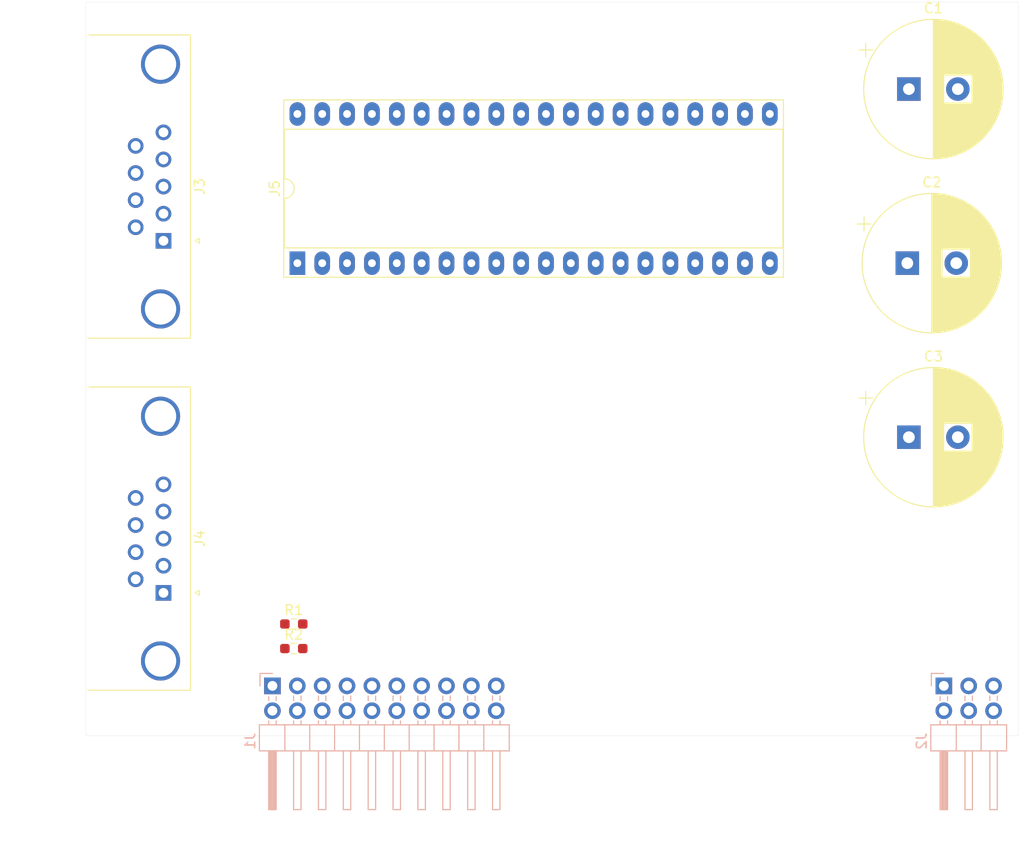
<source format=kicad_pcb>
(kicad_pcb (version 20240108) (generator "pcbnew") (generator_version "8.0")
  (layers (0 "F.Cu" signal) (31 "B.Cu" signal) (34 "B.Paste" user) (35 "F.Paste" user) (36 "B.SilkS" user "B.Silkscreen") (37 "F.SilkS" user "F.Silkscreen") (38 "B.Mask" user) (39 "F.Mask" user) (44 "Edge.Cuts" user))
  (net 0 "")
  (net 1 "/ADDR_{1}")
  (net 2 "/USB_{D+}")
  (net 3 "/I2C_{SDA}")
  (net 4 "/ADDR_{2}")
  (net 5 "+3V3")
  (net 6 "/SPI_{CS0}")
  (net 7 "/ADDR_{0}")
  (net 8 "/SPI_{SCK}")
  (net 9 "GND")
  (net 10 "/GPIO_{2}")
  (net 11 "+5V")
  (net 12 "/SPI_{MISO}")
  (net 13 "/SPI_{CS1}")
  (net 14 "/USB_{D-}")
  (net 15 "/GPIO_{0}")
  (net 16 "/I2C_{SCL}")
  (net 17 "/GPIO_{1}")
  (net 18 "/SPI_{MOSI}")
  (net 19 "/IRQ")
  (footprint "Resistor_SMD:R_0603_1608Metric_Pad0.98x0.95mm_HandSolder" (layer "F.Cu") (at 78.3825 118.11)
    (property "Reference" "R2" (at 0 -1.43 0) (layer "F.SilkS"))
    (property "Value" "10K")
    (pad "1" smd roundrect (at -0.9125 0) (size 0.975 0.95) (layers "F.Cu" "F.Paste" "F.Mask") (net 5 "+3V3"))
    (pad "2" smd roundrect (at 0.9125 0) (size 0.975 0.95) (layers "F.Cu" "F.Paste" "F.Mask") (net 16 "/I2C_{SCL}"))
  )
  (footprint "Capacitor_THT:CP_Radial_D14.0mm_P5.00mm" (layer "F.Cu") (at 141.212272 96.52)
    (property "Reference" "C3" (at 2.5 -8.25 0) (layer "F.SilkS"))
    (property "Value" "C")
    (pad "1" thru_hole rect (at 0 0) (size 2.4 2.4) (drill 1.2) (layers "*.Cu" "*.Mask"))
    (pad "2" thru_hole circle (at 5 0) (size 2.4 2.4) (drill 1.2) (layers "*.Cu" "*.Mask"))
  )
  (footprint "Package_DIP:DIP-40_W15.24mm_Socket_LongPads" (layer "F.Cu") (at 78.745 78.745 90)
    (property "Reference" "J5" (at 7.62 -2.33 -90) (layer "F.SilkS"))
    (property "Value" "Conn_02x20_Odd_Even")
    (pad "1" thru_hole rect (at 0 0 90) (size 2.4 1.6) (drill 0.8) (layers "*.Cu" "*.Mask"))
    (pad "2" thru_hole oval (at 0 2.54 90) (size 2.4 1.6) (drill 0.8) (layers "*.Cu" "*.Mask"))
    (pad "3" thru_hole oval (at 0 5.08 90) (size 2.4 1.6) (drill 0.8) (layers "*.Cu" "*.Mask"))
    (pad "4" thru_hole oval (at 0 7.62 90) (size 2.4 1.6) (drill 0.8) (layers "*.Cu" "*.Mask"))
    (pad "5" thru_hole oval (at 0 10.16 90) (size 2.4 1.6) (drill 0.8) (layers "*.Cu" "*.Mask"))
    (pad "6" thru_hole oval (at 0 12.7 90) (size 2.4 1.6) (drill 0.8) (layers "*.Cu" "*.Mask"))
    (pad "7" thru_hole oval (at 0 15.24 90) (size 2.4 1.6) (drill 0.8) (layers "*.Cu" "*.Mask"))
    (pad "8" thru_hole oval (at 0 17.78 90) (size 2.4 1.6) (drill 0.8) (layers "*.Cu" "*.Mask"))
    (pad "9" thru_hole oval (at 0 20.32 90) (size 2.4 1.6) (drill 0.8) (layers "*.Cu" "*.Mask"))
    (pad "10" thru_hole oval (at 0 22.86 90) (size 2.4 1.6) (drill 0.8) (layers "*.Cu" "*.Mask"))
    (pad "11" thru_hole oval (at 0 25.4 90) (size 2.4 1.6) (drill 0.8) (layers "*.Cu" "*.Mask"))
    (pad "12" thru_hole oval (at 0 27.94 90) (size 2.4 1.6) (drill 0.8) (layers "*.Cu" "*.Mask"))
    (pad "13" thru_hole oval (at 0 30.48 90) (size 2.4 1.6) (drill 0.8) (layers "*.Cu" "*.Mask"))
    (pad "14" thru_hole oval (at 0 33.02 90) (size 2.4 1.6) (drill 0.8) (layers "*.Cu" "*.Mask"))
    (pad "15" thru_hole oval (at 0 35.56 90) (size 2.4 1.6) (drill 0.8) (layers "*.Cu" "*.Mask"))
    (pad "16" thru_hole oval (at 0 38.1 90) (size 2.4 1.6) (drill 0.8) (layers "*.Cu" "*.Mask"))
    (pad "17" thru_hole oval (at 0 40.64 90) (size 2.4 1.6) (drill 0.8) (layers "*.Cu" "*.Mask"))
    (pad "18" thru_hole oval (at 0 43.18 90) (size 2.4 1.6) (drill 0.8) (layers "*.Cu" "*.Mask"))
    (pad "19" thru_hole oval (at 0 45.72 90) (size 2.4 1.6) (drill 0.8) (layers "*.Cu" "*.Mask"))
    (pad "20" thru_hole oval (at 0 48.26 90) (size 2.4 1.6) (drill 0.8) (layers "*.Cu" "*.Mask"))
    (pad "21" thru_hole oval (at 15.24 48.26 90) (size 2.4 1.6) (drill 0.8) (layers "*.Cu" "*.Mask"))
    (pad "22" thru_hole oval (at 15.24 45.72 90) (size 2.4 1.6) (drill 0.8) (layers "*.Cu" "*.Mask"))
    (pad "23" thru_hole oval (at 15.24 43.18 90) (size 2.4 1.6) (drill 0.8) (layers "*.Cu" "*.Mask"))
    (pad "24" thru_hole oval (at 15.24 40.64 90) (size 2.4 1.6) (drill 0.8) (layers "*.Cu" "*.Mask"))
    (pad "25" thru_hole oval (at 15.24 38.1 90) (size 2.4 1.6) (drill 0.8) (layers "*.Cu" "*.Mask"))
    (pad "26" thru_hole oval (at 15.24 35.56 90) (size 2.4 1.6) (drill 0.8) (layers "*.Cu" "*.Mask"))
    (pad "27" thru_hole oval (at 15.24 33.02 90) (size 2.4 1.6) (drill 0.8) (layers "*.Cu" "*.Mask"))
    (pad "28" thru_hole oval (at 15.24 30.48 90) (size 2.4 1.6) (drill 0.8) (layers "*.Cu" "*.Mask"))
    (pad "29" thru_hole oval (at 15.24 27.94 90) (size 2.4 1.6) (drill 0.8) (layers "*.Cu" "*.Mask"))
    (pad "30" thru_hole oval (at 15.24 25.4 90) (size 2.4 1.6) (drill 0.8) (layers "*.Cu" "*.Mask"))
    (pad "31" thru_hole oval (at 15.24 22.86 90) (size 2.4 1.6) (drill 0.8) (layers "*.Cu" "*.Mask"))
    (pad "32" thru_hole oval (at 15.24 20.32 90) (size 2.4 1.6) (drill 0.8) (layers "*.Cu" "*.Mask"))
    (pad "33" thru_hole oval (at 15.24 17.78 90) (size 2.4 1.6) (drill 0.8) (layers "*.Cu" "*.Mask"))
    (pad "34" thru_hole oval (at 15.24 15.24 90) (size 2.4 1.6) (drill 0.8) (layers "*.Cu" "*.Mask"))
    (pad "35" thru_hole oval (at 15.24 12.7 90) (size 2.4 1.6) (drill 0.8) (layers "*.Cu" "*.Mask"))
    (pad "36" thru_hole oval (at 15.24 10.16 90) (size 2.4 1.6) (drill 0.8) (layers "*.Cu" "*.Mask"))
    (pad "37" thru_hole oval (at 15.24 7.62 90) (size 2.4 1.6) (drill 0.8) (layers "*.Cu" "*.Mask"))
    (pad "38" thru_hole oval (at 15.24 5.08 90) (size 2.4 1.6) (drill 0.8) (layers "*.Cu" "*.Mask"))
    (pad "39" thru_hole oval (at 15.24 2.54 90) (size 2.4 1.6) (drill 0.8) (layers "*.Cu" "*.Mask"))
    (pad "40" thru_hole oval (at 15.24 0 90) (size 2.4 1.6) (drill 0.8) (layers "*.Cu" "*.Mask"))
  )
  (footprint "Connector_Dsub:DSUB-9_Female_Horizontal_P2.77x2.84mm_EdgePinOffset4.94mm_Housed_MountingHolesOffset7.48mm" (layer "F.Cu") (at 65.07 112.42 -90)
    (property "Reference" "J4" (at -5.54 -3.7 90) (layer "F.SilkS"))
    (property "Value" "DE9_Receptacle_MountingHoles")
    (pad "0" thru_hole circle (at -18.04 0.3 270) (size 4 4) (drill 3.2) (layers "*.Cu" "*.Mask"))
    (pad "0" thru_hole circle (at 6.96 0.3 270) (size 4 4) (drill 3.2) (layers "*.Cu" "*.Mask"))
    (pad "1" thru_hole rect (at 0 0 270) (size 1.6 1.6) (drill 1) (layers "*.Cu" "*.Mask"))
    (pad "2" thru_hole circle (at -2.77 0 270) (size 1.6 1.6) (drill 1) (layers "*.Cu" "*.Mask"))
    (pad "3" thru_hole circle (at -5.54 0 270) (size 1.6 1.6) (drill 1) (layers "*.Cu" "*.Mask"))
    (pad "4" thru_hole circle (at -8.31 0 270) (size 1.6 1.6) (drill 1) (layers "*.Cu" "*.Mask"))
    (pad "5" thru_hole circle (at -11.08 0 270) (size 1.6 1.6) (drill 1) (layers "*.Cu" "*.Mask"))
    (pad "6" thru_hole circle (at -1.385 2.84 270) (size 1.6 1.6) (drill 1) (layers "*.Cu" "*.Mask"))
    (pad "7" thru_hole circle (at -4.155 2.84 270) (size 1.6 1.6) (drill 1) (layers "*.Cu" "*.Mask"))
    (pad "8" thru_hole circle (at -6.925 2.84 270) (size 1.6 1.6) (drill 1) (layers "*.Cu" "*.Mask"))
    (pad "9" thru_hole circle (at -9.695 2.84 270) (size 1.6 1.6) (drill 1) (layers "*.Cu" "*.Mask"))
  )
  (footprint "Resistor_SMD:R_0603_1608Metric_Pad0.98x0.95mm_HandSolder" (layer "F.Cu") (at 78.3825 115.6)
    (property "Reference" "R1" (at 0 -1.43 0) (layer "F.SilkS"))
    (property "Value" "10K")
    (pad "1" smd roundrect (at -0.9125 0) (size 0.975 0.95) (layers "F.Cu" "F.Paste" "F.Mask") (net 5 "+3V3"))
    (pad "2" smd roundrect (at 0.9125 0) (size 0.975 0.95) (layers "F.Cu" "F.Paste" "F.Mask") (net 3 "/I2C_{SDA}"))
  )
  (footprint "Capacitor_THT:CP_Radial_D14.0mm_P5.00mm" (layer "F.Cu") (at 141.05 78.74)
    (property "Reference" "C2" (at 2.5 -8.25 0) (layer "F.SilkS"))
    (property "Value" "C")
    (pad "1" thru_hole rect (at 0 0) (size 2.4 2.4) (drill 1.2) (layers "*.Cu" "*.Mask"))
    (pad "2" thru_hole circle (at 5 0) (size 2.4 2.4) (drill 1.2) (layers "*.Cu" "*.Mask"))
  )
  (footprint "Connector_Dsub:DSUB-9_Female_Horizontal_P2.77x2.84mm_EdgePinOffset4.94mm_Housed_MountingHolesOffset7.48mm" (layer "F.Cu") (at 65.07 76.46 -90)
    (property "Reference" "J3" (at -5.54 -3.7 90) (layer "F.SilkS"))
    (property "Value" "DE9_Receptacle_MountingHoles")
    (pad "0" thru_hole circle (at -18.04 0.3 270) (size 4 4) (drill 3.2) (layers "*.Cu" "*.Mask"))
    (pad "0" thru_hole circle (at 6.96 0.3 270) (size 4 4) (drill 3.2) (layers "*.Cu" "*.Mask"))
    (pad "1" thru_hole rect (at 0 0 270) (size 1.6 1.6) (drill 1) (layers "*.Cu" "*.Mask"))
    (pad "2" thru_hole circle (at -2.77 0 270) (size 1.6 1.6) (drill 1) (layers "*.Cu" "*.Mask"))
    (pad "3" thru_hole circle (at -5.54 0 270) (size 1.6 1.6) (drill 1) (layers "*.Cu" "*.Mask"))
    (pad "4" thru_hole circle (at -8.31 0 270) (size 1.6 1.6) (drill 1) (layers "*.Cu" "*.Mask"))
    (pad "5" thru_hole circle (at -11.08 0 270) (size 1.6 1.6) (drill 1) (layers "*.Cu" "*.Mask"))
    (pad "6" thru_hole circle (at -1.385 2.84 270) (size 1.6 1.6) (drill 1) (layers "*.Cu" "*.Mask"))
    (pad "7" thru_hole circle (at -4.155 2.84 270) (size 1.6 1.6) (drill 1) (layers "*.Cu" "*.Mask"))
    (pad "8" thru_hole circle (at -6.925 2.84 270) (size 1.6 1.6) (drill 1) (layers "*.Cu" "*.Mask"))
    (pad "9" thru_hole circle (at -9.695 2.84 270) (size 1.6 1.6) (drill 1) (layers "*.Cu" "*.Mask"))
  )
  (footprint "Capacitor_THT:CP_Radial_D14.0mm_P5.00mm" (layer "F.Cu") (at 141.212272 60.96)
    (property "Reference" "C1" (at 2.5 -8.25 0) (layer "F.SilkS"))
    (property "Value" "C")
    (pad "1" thru_hole rect (at 0 0) (size 2.4 2.4) (drill 1.2) (layers "*.Cu" "*.Mask"))
    (pad "2" thru_hole circle (at 5 0) (size 2.4 2.4) (drill 1.2) (layers "*.Cu" "*.Mask"))
  )
  (footprint "Connector_PinHeader_2.54mm:PinHeader_2x10_P2.54mm_Horizontal" (layer "B.Cu") (at 76.2 121.92 -90)
    (property "Reference" "J1" (at 5.655 2.27 90) (layer "B.SilkS") (effects (justify mirror)))
    (property "Value" "Conn_02x10_Odd_Even")
    (pad "1" thru_hole rect (at 0 0 270) (size 1.7 1.7) (drill 1) (layers "*.Cu" "*.Mask") (net 11 "+5V"))
    (pad "2" thru_hole oval (at 2.54 0 270) (size 1.7 1.7) (drill 1) (layers "*.Cu" "*.Mask") (net 9 "GND"))
    (pad "3" thru_hole oval (at 0 -2.54 270) (size 1.7 1.7) (drill 1) (layers "*.Cu" "*.Mask") (net 2 "/USB_{D+}"))
    (pad "4" thru_hole oval (at 2.54 -2.54 270) (size 1.7 1.7) (drill 1) (layers "*.Cu" "*.Mask") (net 16 "/I2C_{SCL}"))
    (pad "5" thru_hole oval (at 0 -5.08 270) (size 1.7 1.7) (drill 1) (layers "*.Cu" "*.Mask") (net 14 "/USB_{D-}"))
    (pad "6" thru_hole oval (at 2.54 -5.08 270) (size 1.7 1.7) (drill 1) (layers "*.Cu" "*.Mask") (net 3 "/I2C_{SDA}"))
    (pad "7" thru_hole oval (at 0 -7.62 270) (size 1.7 1.7) (drill 1) (layers "*.Cu" "*.Mask") (net 7 "/ADDR_{0}"))
    (pad "8" thru_hole oval (at 2.54 -7.62 270) (size 1.7 1.7) (drill 1) (layers "*.Cu" "*.Mask") (net 1 "/ADDR_{1}"))
    (pad "9" thru_hole oval (at 0 -10.16 270) (size 1.7 1.7) (drill 1) (layers "*.Cu" "*.Mask") (net 4 "/ADDR_{2}"))
    (pad "10" thru_hole oval (at 2.54 -10.16 270) (size 1.7 1.7) (drill 1) (layers "*.Cu" "*.Mask") (net 19 "/IRQ"))
    (pad "11" thru_hole oval (at 0 -12.7 270) (size 1.7 1.7) (drill 1) (layers "*.Cu" "*.Mask") (net 6 "/SPI_{CS0}"))
    (pad "12" thru_hole oval (at 2.54 -12.7 270) (size 1.7 1.7) (drill 1) (layers "*.Cu" "*.Mask") (net 13 "/SPI_{CS1}"))
    (pad "13" thru_hole oval (at 0 -15.24 270) (size 1.7 1.7) (drill 1) (layers "*.Cu" "*.Mask") (net 12 "/SPI_{MISO}"))
    (pad "14" thru_hole oval (at 2.54 -15.24 270) (size 1.7 1.7) (drill 1) (layers "*.Cu" "*.Mask") (net 15 "/GPIO_{0}"))
    (pad "15" thru_hole oval (at 0 -17.78 270) (size 1.7 1.7) (drill 1) (layers "*.Cu" "*.Mask") (net 8 "/SPI_{SCK}"))
    (pad "16" thru_hole oval (at 2.54 -17.78 270) (size 1.7 1.7) (drill 1) (layers "*.Cu" "*.Mask") (net 17 "/GPIO_{1}"))
    (pad "17" thru_hole oval (at 0 -20.32 270) (size 1.7 1.7) (drill 1) (layers "*.Cu" "*.Mask") (net 18 "/SPI_{MOSI}"))
    (pad "18" thru_hole oval (at 2.54 -20.32 270) (size 1.7 1.7) (drill 1) (layers "*.Cu" "*.Mask") (net 10 "/GPIO_{2}"))
    (pad "19" thru_hole oval (at 0 -22.86 270) (size 1.7 1.7) (drill 1) (layers "*.Cu" "*.Mask") (net 5 "+3V3"))
    (pad "20" thru_hole oval (at 2.54 -22.86 270) (size 1.7 1.7) (drill 1) (layers "*.Cu" "*.Mask") (net 9 "GND"))
  )
  (footprint "Connector_PinHeader_2.54mm:PinHeader_2x03_P2.54mm_Horizontal" (layer "B.Cu") (at 144.78 121.92 -90)
    (property "Reference" "J2" (at 5.655 2.27 90) (layer "B.SilkS") (effects (justify mirror)))
    (property "Value" "Conn_02x03_Counter_Clockwise")
    (pad "1" thru_hole rect (at 0 0 270) (size 1.7 1.7) (drill 1) (layers "*.Cu" "*.Mask") (net 9 "GND"))
    (pad "2" thru_hole oval (at 2.54 0 270) (size 1.7 1.7) (drill 1) (layers "*.Cu" "*.Mask") (net 9 "GND"))
    (pad "3" thru_hole oval (at 0 -2.54 270) (size 1.7 1.7) (drill 1) (layers "*.Cu" "*.Mask") (net 9 "GND"))
    (pad "4" thru_hole oval (at 2.54 -2.54 270) (size 1.7 1.7) (drill 1) (layers "*.Cu" "*.Mask") (net 9 "GND"))
    (pad "5" thru_hole oval (at 0 -5.08 270) (size 1.7 1.7) (drill 1) (layers "*.Cu" "*.Mask") (net 9 "GND"))
    (pad "6" thru_hole oval (at 2.54 -5.08 270) (size 1.7 1.7) (drill 1) (layers "*.Cu" "*.Mask") (net 9 "GND"))
  )
  (gr_rect (start 57.15 52.07) (end 152.4 127) (stroke (width 0.02)) (fill none) (layer "Edge.Cuts"))
)
</source>
